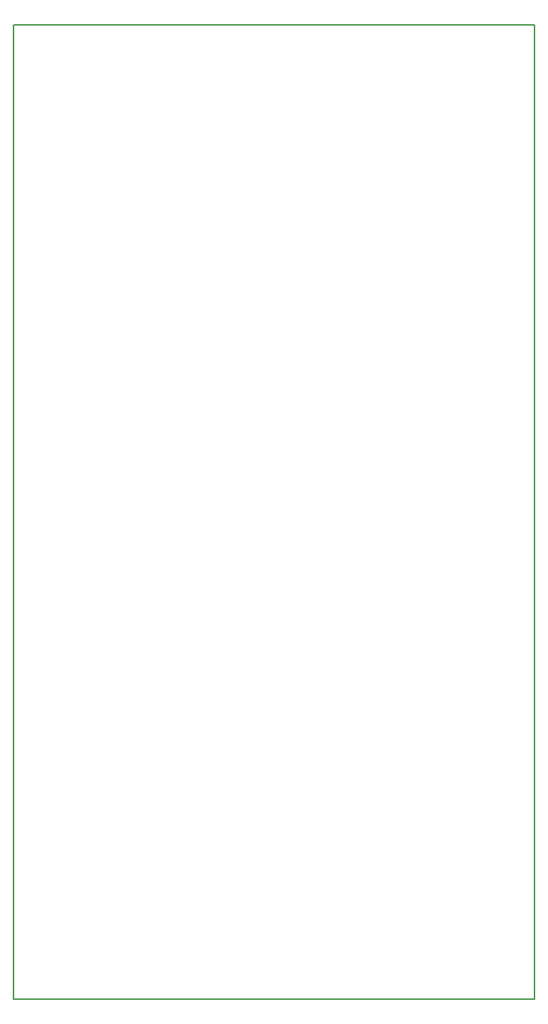
<source format=gbr>
G04 #@! TF.GenerationSoftware,KiCad,Pcbnew,5.0.0-rc2-dev-unknown-648803d~64~ubuntu16.04.1*
G04 #@! TF.CreationDate,2018-04-28T23:38:00-07:00*
G04 #@! TF.ProjectId,HICURRNT_Bridge,4849435552524E545F4272696467652E,rev?*
G04 #@! TF.SameCoordinates,Original*
G04 #@! TF.FileFunction,Profile,NP*
%FSLAX46Y46*%
G04 Gerber Fmt 4.6, Leading zero omitted, Abs format (unit mm)*
G04 Created by KiCad (PCBNEW 5.0.0-rc2-dev-unknown-648803d~64~ubuntu16.04.1) date Sat Apr 28 23:38:00 2018*
%MOMM*%
%LPD*%
G01*
G04 APERTURE LIST*
%ADD10C,0.150000*%
G04 APERTURE END LIST*
D10*
X62000000Y50000D02*
X0Y50000D01*
X62000000Y116050000D02*
X62000000Y50000D01*
X0Y116050000D02*
X62000000Y116050000D01*
X0Y50000D02*
X0Y116050000D01*
M02*

</source>
